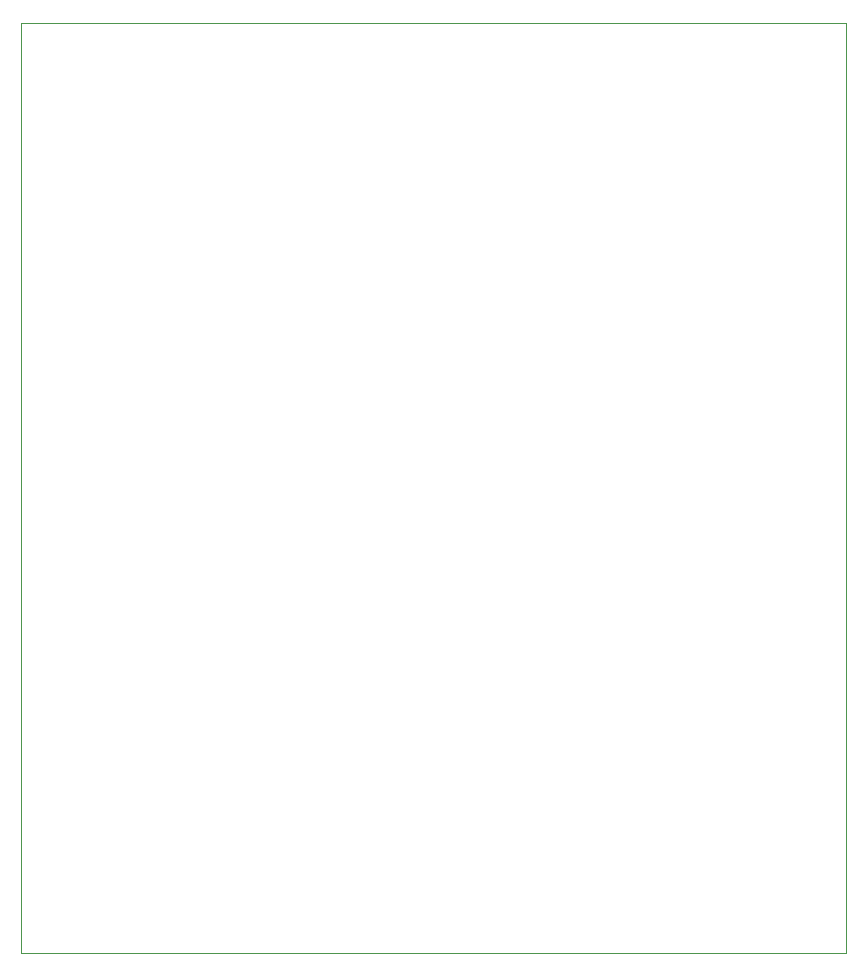
<source format=gm1>
G04 #@! TF.GenerationSoftware,KiCad,Pcbnew,8.0.7*
G04 #@! TF.CreationDate,2025-01-26T00:40:12-05:00*
G04 #@! TF.ProjectId,shadow,73686164-6f77-42e6-9b69-6361645f7063,rev?*
G04 #@! TF.SameCoordinates,Original*
G04 #@! TF.FileFunction,Profile,NP*
%FSLAX46Y46*%
G04 Gerber Fmt 4.6, Leading zero omitted, Abs format (unit mm)*
G04 Created by KiCad (PCBNEW 8.0.7) date 2025-01-26 00:40:12*
%MOMM*%
%LPD*%
G01*
G04 APERTURE LIST*
G04 #@! TA.AperFunction,Profile*
%ADD10C,0.050000*%
G04 #@! TD*
G04 APERTURE END LIST*
D10*
X94767000Y-48260000D02*
X164617000Y-48260000D01*
X164617000Y-127000000D01*
X94767000Y-127000000D01*
X94767000Y-48260000D01*
M02*

</source>
